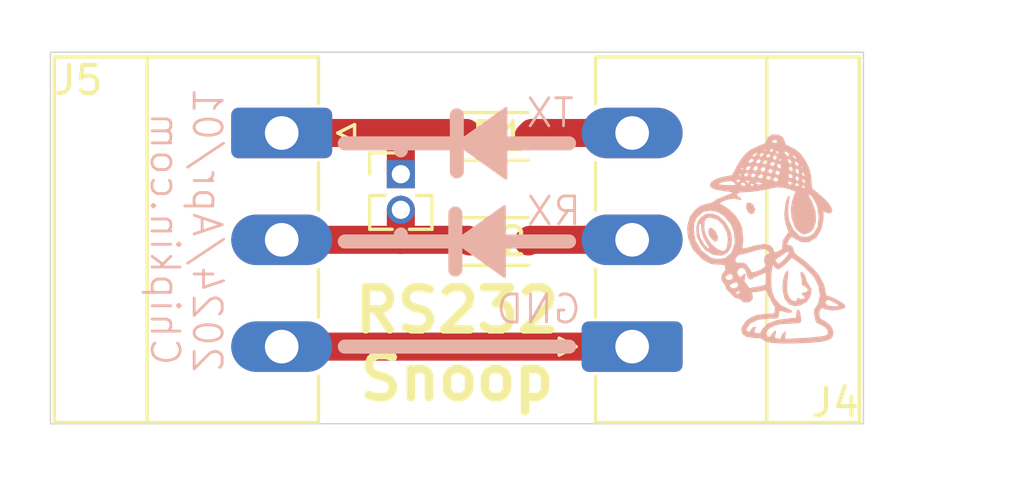
<source format=kicad_pcb>
(kicad_pcb (version 20241229) (generator "pcbnew") (generator_version "9.0")
  (layers (0 "F.Cu" signal) (2 "B.Cu" signal) (13 "F.Paste" user) (15 "B.Paste" user) (5 "F.SilkS" user "F.Silkscreen") (7 "B.SilkS" user "B.Silkscreen") (1 "F.Mask" user) (3 "B.Mask" user) (25 "Edge.Cuts" user))
  (net 0 "")
  (net 1 "Net-(D1-K)")
  (net 2 "Net-(D1-A)")
  (net 3 "Net-(D2-K)")
  (net 4 "Net-(D2-A)")
  (net 5 "Net-(J4-Pin_1)")
  (footprint "Graphics" (layer "F.Cu") (at 133.25 50.25)
    (property "Reference" "" (at 0 0 0) (layer "F.SilkS") (effects (font (size 1.27 1.27))))
    (property "Value" "")
  )
  (footprint "Diode_SMD:D_SOD-323" (layer "F.Cu") (at 114.75 57.5)
    (property "Reference" "D2" (at 0 0 0) (layer "F.SilkS"))
    (property "Value" "1N4148WS")
    (fp_line (start -1.61 -0.85) (end -1.61 0.85) (stroke (width 0.12)) (layer "F.SilkS"))
    (fp_line (start -1.61 -0.85) (end 1.05 -0.85) (stroke (width 0.12)) (layer "F.SilkS"))
    (fp_line (start -1.61 0.85) (end 1.05 0.85) (stroke (width 0.12)) (layer "F.SilkS"))
    (pad "1" smd roundrect (at -1.05 0) (size 0.6 0.45) (layers "F.Cu" "F.Mask" "F.Paste") (net 3 "Net-(D2-K)"))
    (pad "2" smd roundrect (at 1.05 0) (size 0.6 0.45) (layers "F.Cu" "F.Mask" "F.Paste") (net 4 "Net-(D2-A)"))
  )
  (footprint "Connector_PinHeader_1.27mm:PinHeader_1x02_P1.27mm_Vertical" (layer "F.Cu") (at 111.25 55.1)
    (property "Reference" "J3" (hide yes))
    (property "Value" "Conn_01x02")
    (fp_line (start -1.11 -0.76) (end 0 -0.76) (stroke (width 0.12)) (layer "F.SilkS"))
    (fp_line (start -1.11 0) (end -1.11 -0.76) (stroke (width 0.12)) (layer "F.SilkS"))
    (fp_line (start -1.11 0.76) (end -1.11 1.965) (stroke (width 0.12)) (layer "F.SilkS"))
    (fp_line (start -1.11 0.76) (end -0.563471 0.76) (stroke (width 0.12)) (layer "F.SilkS"))
    (fp_line (start -1.11 1.965) (end -0.30753 1.965) (stroke (width 0.12)) (layer "F.SilkS"))
    (fp_line (start 0.30753 1.965) (end 1.11 1.965) (stroke (width 0.12)) (layer "F.SilkS"))
    (fp_line (start 0.563471 0.76) (end 1.11 0.76) (stroke (width 0.12)) (layer "F.SilkS"))
    (fp_line (start 1.11 0.76) (end 1.11 1.965) (stroke (width 0.12)) (layer "F.SilkS"))
    (pad "1" thru_hole rect (at 0 0) (size 1 1) (drill 0.65) (layers "*.Cu" "*.Mask") (net 1 "Net-(D1-K)"))
    (pad "2" thru_hole oval (at 0 1.27) (size 1 1) (drill 0.65) (layers "*.Cu" "*.Mask") (net 3 "Net-(D2-K)"))
  )
  (footprint "Connector_Phoenix_MC:PhoenixContact_MC_1,5_3-G-3.81_1x03_P3.81mm_Horizontal" (layer "F.Cu") (at 107 53.63 -90)
    (property "Reference" "J5" (at -1.88 7.25 180) (layer "F.SilkS"))
    (property "Value" "Screw_Terminal_01x03")
    (fp_line (start -2.709999 8.11) (end 10.33 8.11) (stroke (width 0.12)) (layer "F.SilkS"))
    (fp_line (start 10.33 8.11) (end 10.33 -1.31) (stroke (width 0.12)) (layer "F.SilkS"))
    (fp_line (start -2.71 4.8) (end 10.33 4.800001) (stroke (width 0.12)) (layer "F.SilkS"))
    (fp_line (start -2.709999 -1.31) (end -2.709999 8.11) (stroke (width 0.12)) (layer "F.SilkS"))
    (fp_line (start -2.709999 -1.31) (end -1.05 -1.31) (stroke (width 0.12)) (layer "F.SilkS"))
    (fp_line (start 1.05 -1.31) (end 2.76 -1.31) (stroke (width 0.12)) (layer "F.SilkS"))
    (fp_line (start 4.86 -1.31) (end 6.57 -1.309999) (stroke (width 0.12)) (layer "F.SilkS"))
    (fp_line (start 10.33 -1.31) (end 8.67 -1.31) (stroke (width 0.12)) (layer "F.SilkS"))
    (fp_line (start 0 -2.000001) (end -0.3 -2.600001) (stroke (width 0.12)) (layer "F.SilkS"))
    (fp_line (start -0.3 -2.600001) (end 0.3 -2.600001) (stroke (width 0.12)) (layer "F.SilkS"))
    (fp_line (start 0.3 -2.600001) (end 0 -2.000001) (stroke (width 0.12)) (layer "F.SilkS"))
    (pad "1" thru_hole roundrect (at 0 0 270) (size 1.8 3.6) (drill 1.2) (layers "*.Cu" "*.Mask") (roundrect_rratio 0.138889) (net 1 "Net-(D1-K)"))
    (pad "2" thru_hole oval (at 3.81 0 270) (size 1.8 3.6) (drill 1.2) (layers "*.Cu" "*.Mask") (net 3 "Net-(D2-K)"))
    (pad "3" thru_hole oval (at 7.62 0 270) (size 1.8 3.6) (drill 1.2) (layers "*.Cu" "*.Mask") (net 5 "Net-(J4-Pin_1)"))
  )
  (footprint "Graphics" (layer "F.Cu") (at 133.25 50.25)
    (property "Reference" "" (at 0 0 0) (layer "F.SilkS") (effects (font (size 1.27 1.27))))
    (property "Value" "")
  )
  (footprint "Diode_SMD:D_SOD-323" (layer "F.Cu") (at 114.75 53.75)
    (property "Reference" "D1" (at 0 0 0) (layer "F.SilkS"))
    (property "Value" "1N4148WS")
    (fp_line (start -1.61 -0.85) (end -1.61 0.85) (stroke (width 0.12)) (layer "F.SilkS"))
    (fp_line (start -1.61 -0.85) (end 1.05 -0.85) (stroke (width 0.12)) (layer "F.SilkS"))
    (fp_line (start -1.61 0.85) (end 1.05 0.85) (stroke (width 0.12)) (layer "F.SilkS"))
    (pad "1" smd roundrect (at -1.05 0) (size 0.6 0.45) (layers "F.Cu" "F.Mask" "F.Paste") (net 1 "Net-(D1-K)"))
    (pad "2" smd roundrect (at 1.05 0) (size 0.6 0.45) (layers "F.Cu" "F.Mask" "F.Paste") (net 2 "Net-(D1-A)"))
  )
  (footprint "Graphics" (layer "F.Cu") (at 133.25 50.25)
    (property "Reference" "" (at 0 0 0) (layer "F.SilkS") (effects (font (size 1.27 1.27))))
    (property "Value" "")
  )
  (footprint "Connector_Phoenix_MC:PhoenixContact_MC_1,5_3-G-3.81_1x03_P3.81mm_Horizontal" (layer "F.Cu") (at 119.5 61.25 90)
    (property "Reference" "J4" (at -2 7.25 180) (layer "F.SilkS"))
    (property "Value" "Screw_Terminal_01x03")
    (fp_line (start 0.3 -2.600001) (end 0 -2.000001) (stroke (width 0.12)) (layer "F.SilkS"))
    (fp_line (start -0.3 -2.600001) (end 0.3 -2.600001) (stroke (width 0.12)) (layer "F.SilkS"))
    (fp_line (start 0 -2.000001) (end -0.3 -2.600001) (stroke (width 0.12)) (layer "F.SilkS"))
    (fp_line (start 10.33 -1.31) (end 8.67 -1.31) (stroke (width 0.12)) (layer "F.SilkS"))
    (fp_line (start 4.86 -1.31) (end 6.57 -1.309999) (stroke (width 0.12)) (layer "F.SilkS"))
    (fp_line (start 1.05 -1.31) (end 2.76 -1.31) (stroke (width 0.12)) (layer "F.SilkS"))
    (fp_line (start -2.709999 -1.31) (end -1.05 -1.31) (stroke (width 0.12)) (layer "F.SilkS"))
    (fp_line (start -2.709999 -1.31) (end -2.709999 8.11) (stroke (width 0.12)) (layer "F.SilkS"))
    (fp_line (start -2.71 4.8) (end 10.33 4.800001) (stroke (width 0.12)) (layer "F.SilkS"))
    (fp_line (start 10.33 8.11) (end 10.33 -1.31) (stroke (width 0.12)) (layer "F.SilkS"))
    (fp_line (start -2.709999 8.11) (end 10.33 8.11) (stroke (width 0.12)) (layer "F.SilkS"))
    (pad "1" thru_hole roundrect (at 0 0 90) (size 1.8 3.6) (drill 1.2) (layers "*.Cu" "*.Mask") (roundrect_rratio 0.138889) (net 5 "Net-(J4-Pin_1)"))
    (pad "2" thru_hole oval (at 3.81 0 90) (size 1.8 3.6) (drill 1.2) (layers "*.Cu" "*.Mask") (net 4 "Net-(D2-A)"))
    (pad "3" thru_hole oval (at 7.62 0 90) (size 1.8 3.6) (drill 1.2) (layers "*.Cu" "*.Mask") (net 2 "Net-(D1-A)"))
  )
  (footprint "Graphics" (layer "F.Cu") (at 133.25 50.25)
    (property "Reference" "" (at 0 0 0) (layer "F.SilkS") (effects (font (size 1.27 1.27))))
    (property "Value" "")
  )
  (footprint "Graphics" (layer "B.Cu") (at 127.2905 51.109 180)
    (property "Reference" "" (at 0 0 0) (layer "B.SilkS") (effects (font (size 1.27 1.27)) (justify mirror)))
    (property "Value" "")
    (fp_poly (pts (xy 3.72 -5.061) (xy 3.723 -5.217001) (xy 3.646 -5.363) (xy 3.539 -5.42) (xy 3.44 -5.38) (xy 3.402 -5.248) (xy 3.456 -5.094) (xy 3.559 -5.008) (xy 3.683 -5.007)) (fill yes) (layer "B.SilkS"))
    (fp_poly (pts (xy 5.048 -5.921) (xy 5.055 -5.926) (xy 5.078 -6.029) (xy 5.058 -6.15) (xy 4.986 -6.273) (xy 4.878 -6.378) (xy 4.826 -6.4) (xy 4.753 -6.363) (xy 4.723 -6.224) (xy 4.802999 -6.044) (xy 4.858 -5.978) (xy 4.963 -5.893999)) (fill yes) (layer "B.SilkS"))
    (fp_poly (pts (xy 2.258 -7.424) (xy 2.33 -7.508) (xy 2.393 -7.695) (xy 2.43 -7.927) (xy 2.432 -8.1) (xy 2.36 -8.429) (xy 2.197 -8.632) (xy 2.173 -8.647) (xy 1.977 -8.707) (xy 1.76 -8.656) (xy 1.551 -8.537) (xy 1.466 -8.420001) (xy 1.423 -8.307) (xy 1.417 -8.296) (xy 1.391 -8.086) (xy 1.501 -7.909) (xy 1.559 -7.827) (xy 1.560001 -7.82) (xy 1.598 -7.666) (xy 1.674 -7.52) (xy 1.68 -7.514) (xy 1.741 -7.463) (xy 1.771 -7.483) (xy 1.795 -7.532) (xy 1.773 -7.612) (xy 1.742 -7.779) (xy 1.74 -7.823) (xy 1.74 -7.939) (xy 1.642 -7.989) (xy 1.534 -8.083) (xy 1.532 -8.088) (xy 1.546 -8.182) (xy 1.640001 -8.2) (xy 1.738 -8.218) (xy 1.749 -8.235) (xy 1.731 -8.293) (xy 1.647 -8.354) (xy 1.627 -8.391) (xy 1.657 -8.419) (xy 1.783 -8.451) (xy 1.832001 -8.418) (xy 1.907 -8.397) (xy 1.915 -8.453) (xy 1.947 -8.523) (xy 2.048 -8.51) (xy 2.158 -8.424) (xy 2.175 -8.402) (xy 2.238 -8.268) (xy 2.24 -8.262) (xy 2.257 -8.094999) (xy 2.254 -7.856) (xy 2.231 -7.634) (xy 2.231 -7.633) (xy 2.213 -7.47) (xy 2.246 -7.423)) (fill yes) (layer "B.SilkS"))
    (fp_poly (pts (xy 5.168 -5.407) (xy 5.371 -5.549) (xy 5.461 -5.694) (xy 5.507 -5.919) (xy 5.488 -6.183) (xy 5.471 -6.25) (xy 5.355 -6.486) (xy 5.191999 -6.696) (xy 5.177 -6.711) (xy 4.919 -6.863) (xy 4.641 -6.900999) (xy 4.54 -6.88) (xy 4.376 -6.782) (xy 4.287 -6.641) (xy 4.245 -6.525) (xy 4.235 -6.374) (xy 4.235 -6.34) (xy 4.236 -6.31) (xy 4.376 -6.31) (xy 4.408 -6.582) (xy 4.461 -6.687) (xy 4.546 -6.729) (xy 4.699 -6.682) (xy 4.736 -6.664) (xy 4.808 -6.607) (xy 5.046 -6.607) (xy 5.059 -6.637) (xy 5.111999 -6.607) (xy 5.218 -6.491) (xy 5.326 -6.31) (xy 5.364 -6.224) (xy 5.402 -6.048) (xy 5.407 -5.867) (xy 5.383 -5.773) (xy 5.33 -5.762) (xy 5.329 -5.812001) (xy 5.325 -5.95) (xy 5.286 -6.142) (xy 5.26 -6.225) (xy 5.183 -6.379) (xy 5.13 -6.467) (xy 5.046 -6.607) (xy 4.808 -6.607) (xy 4.964 -6.482) (xy 5.137 -6.215) (xy 5.141 -6.207) (xy 5.202 -6.015) (xy 5.216 -5.875) (xy 5.203 -5.658) (xy 5.12 -5.559) (xy 4.994 -5.54) (xy 4.756999 -5.614) (xy 4.553 -5.805) (xy 4.415 -6.071) (xy 4.376 -6.31) (xy 4.236 -6.31) (xy 4.246 -6.154001) (xy 4.288 -6.011) (xy 4.461 -5.699) (xy 4.684 -5.49) (xy 4.929 -5.39)) (fill yes) (layer "B.SilkS"))
    (fp_poly (pts (xy 2.816 -2.577) (xy 2.944 -2.672) (xy 3.013 -2.805) (xy 3.041 -2.879) (xy 3.131 -2.924) (xy 3.224999 -2.949) (xy 3.574 -3.115) (xy 3.723 -3.237) (xy 3.879 -3.411) (xy 4.033 -3.656) (xy 4.135 -3.851) (xy 4.21 -3.985) (xy 4.245 -4.028) (xy 4.334 -4.044) (xy 4.478 -4.067) (xy 4.784 -4.147) (xy 4.971 -4.265) (xy 5.020001 -4.378) (xy 4.984 -4.467) (xy 4.82 -4.541) (xy 4.538 -4.594) (xy 4.475 -4.601) (xy 4.301 -4.62) (xy 4.22 -4.634) (xy 4.267 -4.679) (xy 4.467 -4.76) (xy 4.495 -4.769) (xy 4.779 -4.886) (xy 4.91 -4.98) (xy 5.008 -5.02) (xy 5.174 -5.053) (xy 5.365 -5.125) (xy 5.408 -5.148) (xy 5.580999 -5.296) (xy 5.724 -5.489) (xy 5.729 -5.499) (xy 5.809 -5.766) (xy 5.831 -5.93) (xy 5.802 -6.242) (xy 5.678 -6.578) (xy 5.603 -6.707) (xy 5.309 -7.014) (xy 5.131 -7.124) (xy 5.006 -7.184001) (xy 4.896 -7.208) (xy 4.734 -7.216) (xy 4.565 -7.225) (xy 4.499 -7.242) (xy 4.479 -7.274) (xy 4.472 -7.414) (xy 4.502 -7.445) (xy 4.59 -7.566) (xy 4.62 -7.701) (xy 4.59 -7.809) (xy 4.55 -7.854) (xy 4.484 -7.947) (xy 4.48 -7.963) (xy 4.417 -8.12) (xy 4.352 -8.179) (xy 4.246 -8.289001) (xy 4.24 -8.299) (xy 4.098 -8.415) (xy 4.01 -8.428) (xy 3.918 -8.47) (xy 3.895 -8.500001) (xy 3.839 -8.56) (xy 3.733 -8.570001) (xy 3.725 -8.57) (xy 3.605 -8.557) (xy 3.539 -8.51) (xy 3.484 -8.428) (xy 3.486 -8.36) (xy 3.506 -8.246) (xy 3.51 -8.235) (xy 3.497 -8.207) (xy 3.962 -8.207) (xy 3.985 -8.247) (xy 4.074001 -8.246) (xy 4.094 -8.227) (xy 4.047 -8.187) (xy 3.967 -8.16) (xy 3.962 -8.207) (xy 3.497 -8.207) (xy 3.495 -8.203) (xy 3.437 -8.200001) (xy 3.288 -8.185) (xy 3.2 -8.169) (xy 3.062 -8.141) (xy 3.023 -8.134) (xy 2.977 -8.205) (xy 2.952 -8.28) (xy 2.777 -8.627) (xy 2.738 -8.675) (xy 2.692 -8.757001) (xy 2.701 -8.791) (xy 2.72 -8.898001) (xy 2.72 -8.954001) (xy 2.985 -8.966) (xy 3.331 -9.006) (xy 3.582 -9.107) (xy 3.737 -9.227999) (xy 3.885 -9.446) (xy 3.9 -9.54) (xy 3.855 -9.706) (xy 3.703 -9.8) (xy 3.421 -9.836) (xy 3.42 -9.836) (xy 3.25 -9.845) (xy 3.171 -9.866) (xy 3.14 -9.891) (xy 3.018999 -9.964) (xy 2.824 -10.009999) (xy 2.532 -10.032) (xy 2.116 -10.032) (xy 1.89 -10.026) (xy 1.413 -10.005) (xy 1.070999 -9.973) (xy 0.843 -9.928) (xy 0.703 -9.863) (xy 0.639 -9.794) (xy 0.605 -9.601) (xy 0.619 -9.571) (xy 0.813 -9.571) (xy 0.816001 -9.688) (xy 0.869999 -9.735) (xy 1.003 -9.766) (xy 1.259 -9.798) (xy 1.603 -9.825) (xy 1.997 -9.845) (xy 2.049999 -9.847) (xy 2.215 -9.853001) (xy 2.277001 -9.856) (xy 2.338 -9.842) (xy 2.333 -9.795) (xy 2.309001 -9.665) (xy 2.314001 -9.603) (xy 2.337 -9.600001) (xy 2.419 -9.661) (xy 2.477 -9.78) (xy 2.48 -9.807) (xy 2.503 -9.857) (xy 2.525001 -9.853) (xy 2.637 -9.84) (xy 2.698 -9.821) (xy 2.695 -9.775) (xy 2.658 -9.646) (xy 2.653 -9.566) (xy 2.715 -9.58) (xy 2.798 -9.67) (xy 2.817 -9.705) (xy 2.894 -9.797) (xy 2.976 -9.769) (xy 3.015 -9.664) (xy 2.937001 -9.534) (xy 2.854999 -9.472) (xy 2.69 -9.39) (xy 2.511 -9.347) (xy 2.253001 -9.328) (xy 2.172 -9.325) (xy 1.922 -9.315) (xy 1.795 -9.29) (xy 1.754999 -9.225) (xy 1.768 -9.097) (xy 1.772 -9.067) (xy 1.802 -8.908) (xy 1.82 -8.845) (xy 1.875 -8.803) (xy 1.923 -8.894) (xy 1.937999 -8.986) (xy 1.95 -9.11) (xy 2.16 -9.125) (xy 2.628 -9.192) (xy 2.955001 -9.318) (xy 3.15 -9.507) (xy 3.174 -9.552) (xy 3.223 -9.66) (xy 3.322 -9.66) (xy 3.427 -9.635) (xy 3.405 -9.53) (xy 3.401 -9.522) (xy 3.371 -9.443) (xy 3.391 -9.427001) (xy 3.499001 -9.459) (xy 3.560001 -9.539) (xy 3.619 -9.616999) (xy 3.629 -9.62) (xy 3.705001 -9.562) (xy 3.708 -9.513) (xy 3.568 -9.312999) (xy 3.298 -9.188) (xy 2.914 -9.142) (xy 2.832 -9.143) (xy 2.652 -9.144) (xy 2.577 -9.111) (xy 2.553 -9.012) (xy 2.549 -8.973) (xy 2.531 -8.874) (xy 2.493 -8.867) (xy 2.388 -8.896) (xy 2.303 -8.918999) (xy 2.133 -8.943) (xy 2.08 -8.884001) (xy 2.08 -8.881) (xy 2.133 -8.828) (xy 2.185 -8.809) (xy 2.497 -8.655) (xy 2.694 -8.425) (xy 2.71 -8.393) (xy 2.782 -8.21) (xy 2.803 -8.13) (xy 2.823 -7.936) (xy 2.826 -7.697) (xy 2.819 -7.577) (xy 3.013 -7.577) (xy 3.016 -7.714) (xy 3.024 -7.916999) (xy 3.105 -7.949999) (xy 3.249 -7.987) (xy 3.349 -8.003) (xy 3.494 -8.028) (xy 3.54 -8.041001) (xy 3.618 -8.044) (xy 3.662 -7.971) (xy 3.707 -7.905) (xy 4.012 -7.905001) (xy 4.02 -7.986) (xy 4.04 -8.01) (xy 4.167 -8.062) (xy 4.287 -8.023) (xy 4.301 -7.949) (xy 4.199 -7.883) (xy 4.067 -7.847) (xy 4.012 -7.905001) (xy 3.707 -7.905) (xy 3.725 -7.879) (xy 3.738 -7.871) (xy 3.787 -7.786) (xy 3.76 -7.69) (xy 3.76 -7.689001) (xy 4.206 -7.689) (xy 4.245 -7.747) (xy 4.368 -7.766) (xy 4.435001 -7.726) (xy 4.455 -7.666) (xy 4.419 -7.613) (xy 4.308 -7.559) (xy 4.224 -7.584) (xy 4.206 -7.689) (xy 3.76 -7.689001) (xy 3.734 -7.569) (xy 3.771 -7.52) (xy 3.832 -7.571) (xy 3.907 -7.644) (xy 3.969 -7.638) (xy 3.994 -7.612) (xy 4.036 -7.479001) (xy 3.979 -7.364) (xy 3.86 -7.334) (xy 3.837 -7.341) (xy 3.752 -7.421) (xy 3.699 -7.585) (xy 3.655 -7.709) (xy 3.566 -7.752) (xy 3.563 -7.752) (xy 3.502 -7.745) (xy 3.5 -7.725) (xy 3.465 -7.682) (xy 3.365 -7.65) (xy 3.056 -7.516) (xy 3.015 -7.501) (xy 3.013 -7.577) (xy 2.819 -7.577) (xy 2.813 -7.467) (xy 2.789 -7.297) (xy 2.759001 -7.24) (xy 2.740001 -7.258) (xy 2.696 -7.322) (xy 2.683 -7.337) (xy 2.597 -7.389) (xy 2.578 -7.386) (xy 2.408 -7.286) (xy 2.234 -7.121) (xy 2.099 -6.978) (xy 2.024 -7.023) (xy 1.763999 -7.212) (xy 1.497 -7.455) (xy 1.293 -7.686) (xy 1.281999 -7.702) (xy 1.148001 -7.988) (xy 1.1 -8.304) (xy 1.149 -8.575) (xy 1.151 -8.58) (xy 1.232 -8.716) (xy 1.256 -8.746) (xy 1.302 -8.823) (xy 1.306 -8.923999) (xy 1.281 -9.132) (xy 1.232 -9.275) (xy 1.225 -9.284) (xy 1.13 -9.339) (xy 1.122999 -9.342) (xy 0.923 -9.443) (xy 0.813 -9.571) (xy 0.619 -9.571) (xy 0.697 -9.401) (xy 0.892 -9.237) (xy 0.951 -9.209) (xy 1.063 -9.150001) (xy 1.1 -9.082) (xy 1.11 -8.894) (xy 1.069 -8.823) (xy 1.019 -8.763) (xy 0.909 -8.811) (xy 0.628 -8.86) (xy 0.34 -8.814) (xy 0.218 -8.771) (xy 0.185 -8.726) (xy 0.184 -8.716) (xy 0.193 -8.687) (xy 0.421 -8.687001) (xy 0.488 -8.698) (xy 0.611 -8.696) (xy 0.762 -8.685) (xy 0.832 -8.655) (xy 0.853 -8.636) (xy 0.892999 -8.57) (xy 0.876 -8.527) (xy 0.805 -8.473) (xy 0.794 -8.474) (xy 0.699 -8.511) (xy 0.558001 -8.587) (xy 0.445 -8.661) (xy 0.421 -8.687001) (xy 0.193 -8.687) (xy 0.207 -8.647) (xy 0.274 -8.591) (xy 0.420999 -8.499) (xy 0.601 -8.406) (xy 0.743 -8.346) (xy 0.774 -8.34) (xy 0.866 -8.31) (xy 0.88 -8.22) (xy 0.94 -7.937) (xy 1.098 -7.629) (xy 1.186001 -7.51) (xy 1.312 -7.376001) (xy 1.487 -7.209) (xy 1.653 -7.062001) (xy 1.74 -6.995) (xy 1.861 -6.909) (xy 1.913 -6.867) (xy 2.004 -6.773) (xy 2.009 -6.757) (xy 2.215 -6.757) (xy 2.229 -6.849999) (xy 2.367 -7.017) (xy 2.376 -7.027) (xy 2.515 -7.156001) (xy 2.59 -7.179) (xy 2.645 -7.109001) (xy 2.651 -7.099) (xy 2.678 -7.045) (xy 2.503999 -6.93) (xy 2.356 -6.828001) (xy 2.285 -6.774) (xy 2.222 -6.751) (xy 2.215 -6.757) (xy 2.009 -6.757) (xy 2.029 -6.685) (xy 2.086 -6.548) (xy 2.183 -6.52) (xy 2.252 -6.506) (xy 2.248 -6.465) (xy 2.194999 -6.341) (xy 2.124 -6.242) (xy 2.111 -6.233) (xy 2.027 -6.268) (xy 2.012 -6.281) (xy 1.77 -6.409999) (xy 1.509 -6.424) (xy 1.467 -6.412) (xy 1.211999 -6.247) (xy 1.039 -5.964) (xy 0.962 -5.59) (xy 0.96 -5.507001) (xy 1.138 -5.507001) (xy 1.174 -5.841) (xy 1.183999 -5.872) (xy 1.323 -6.105) (xy 1.528 -6.224) (xy 1.759 -6.211) (xy 1.838999 -6.171) (xy 2.029 -5.975) (xy 2.17 -5.685) (xy 2.201 -5.57) (xy 2.225 -5.308999) (xy 2.207 -5.038) (xy 2.193 -4.967) (xy 2.162 -4.806) (xy 2.19 -4.76) (xy 2.257 -4.824) (xy 2.318 -4.99) (xy 2.367 -5.412) (xy 2.357 -5.54) (xy 2.315 -5.76) (xy 2.255 -5.954) (xy 2.227 -6.012) (xy 2.214 -6.066) (xy 2.27 -6.122) (xy 2.418 -6.352) (xy 2.44 -6.515) (xy 2.44 -6.651) (xy 2.545 -6.715) (xy 2.686 -6.778) (xy 2.693 -6.772001) (xy 2.903 -6.772) (xy 2.909 -6.822) (xy 2.941 -6.83) (xy 3.066 -6.925) (xy 3.092 -7.09) (xy 3.059 -7.177) (xy 3.018 -7.245) (xy 3.06 -7.29) (xy 3.163 -7.367) (xy 3.198 -7.387) (xy 3.335 -7.445) (xy 3.473 -7.485) (xy 3.524 -7.487) (xy 3.564 -7.419) (xy 3.587 -7.371) (xy 3.723 -7.199) (xy 3.816 -7.147) (xy 3.935 -7.147) (xy 4.044 -7.15) (xy 4.085 -7.109) (xy 4.091 -7.098) (xy 4.108 -7.024) (xy 4.079 -6.969) (xy 4 -6.883) (xy 3.858 -6.848) (xy 3.696 -6.812) (xy 3.58 -6.776) (xy 3.351999 -6.71) (xy 3.149999 -6.667) (xy 3.083 -6.66) (xy 2.952 -6.714) (xy 2.903 -6.772) (xy 2.693 -6.772001) (xy 2.72 -6.748) (xy 2.777 -6.610999) (xy 2.864 -6.525) (xy 3.07 -6.475) (xy 3.389 -6.524001) (xy 3.48 -6.55) (xy 3.709 -6.618) (xy 3.822 -6.639) (xy 3.855 -6.619) (xy 3.851 -6.585) (xy 3.837 -6.47) (xy 3.835 -6.449) (xy 4.13 -6.449001) (xy 4.245 -6.766) (xy 4.284 -6.82) (xy 4.472001 -6.977) (xy 4.721 -7.015) (xy 4.73 -7.014) (xy 4.902 -6.991) (xy 5.01 -6.945001) (xy 5.33 -6.695) (xy 5.528 -6.352) (xy 5.589999 -5.98) (xy 5.571 -5.744) (xy 5.497 -5.571) (xy 5.456 -5.512) (xy 5.252 -5.337) (xy 5 -5.292) (xy 4.743 -5.342) (xy 4.514 -5.49) (xy 4.272 -5.78) (xy 4.159 -6.075) (xy 4.13 -6.449001) (xy 3.835 -6.449) (xy 3.826 -6.323) (xy 3.857 -5.939) (xy 3.924 -5.744) (xy 4.096999 -5.469) (xy 4.336 -5.229999) (xy 4.531 -5.109) (xy 4.641 -5.05) (xy 4.660001 -5.029) (xy 4.583 -4.974001) (xy 4.370001 -4.898) (xy 4.162 -4.862) (xy 4.047 -4.89) (xy 3.912 -4.916) (xy 3.889 -4.899) (xy 3.922 -4.829) (xy 3.995 -4.787) (xy 4.056 -4.739) (xy 4.021 -4.685) (xy 3.967 -4.648) (xy 3.842 -4.64) (xy 3.826 -4.64) (xy 3.495 -4.618) (xy 3.116 -4.56) (xy 2.931 -4.519001) (xy 2.638 -4.464) (xy 2.404 -4.474) (xy 2.185999 -4.533) (xy 2.029 -4.587) (xy 1.965 -4.61) (xy 1.989 -4.671999) (xy 2.009 -4.712) (xy 2.091 -4.965) (xy 2.131 -5.241) (xy 2.106 -5.553) (xy 1.998 -5.86) (xy 1.909 -5.998) (xy 1.742 -6.116) (xy 1.633 -6.14) (xy 1.469 -6.085) (xy 1.331 -5.964) (xy 1.33 -5.963) (xy 1.233 -5.681) (xy 1.246 -5.337) (xy 1.361999 -4.982) (xy 1.464 -4.805) (xy 1.5 -4.724) (xy 1.437 -4.741) (xy 1.345 -4.846) (xy 1.243 -5.031) (xy 1.191 -5.165) (xy 1.138 -5.507001) (xy 0.96 -5.507001) (xy 0.96 -5.505999) (xy 0.96 -5.318999) (xy 0.912 -5.35) (xy 0.749 -5.403) (xy 0.69 -5.376) (xy 0.647 -5.299) (xy 0.651 -5.273001) (xy 0.698 -5.145) (xy 0.701 -5.14) (xy 0.809 -4.994) (xy 0.986 -4.811) (xy 1.172 -4.651) (xy 1.175 -4.649) (xy 1.304 -4.548) (xy 1.355 -4.503) (xy 1.367 -4.451999) (xy 1.62 -4.451999) (xy 1.678 -4.477) (xy 1.707999 -4.468) (xy 1.738 -4.417) (xy 1.712 -4.4) (xy 1.625 -4.436) (xy 1.62 -4.451999) (xy 1.367 -4.451999) (xy 1.378 -4.404) (xy 1.379 -4.375) (xy 1.846 -4.375) (xy 1.852 -4.403) (xy 1.924 -4.414) (xy 1.961 -4.385) (xy 3.46 -4.385) (xy 3.512 -4.398001) (xy 3.558 -4.382) (xy 3.556 -4.372) (xy 3.74 -4.372) (xy 3.796 -4.399) (xy 3.889999 -4.383) (xy 3.908999 -4.364) (xy 4.1 -4.364) (xy 4.168 -4.376) (xy 4.327 -4.379001) (xy 4.507 -4.374) (xy 4.595 -4.367) (xy 4.692 -4.346) (xy 4.7 -4.339) (xy 4.633 -4.301) (xy 4.479 -4.262) (xy 4.364 -4.245999) (xy 4.239001 -4.242) (xy 4.175999 -4.275) (xy 4.159 -4.291) (xy 4.100999 -4.359) (xy 4.1 -4.364) (xy 3.908999 -4.364) (xy 3.916 -4.356) (xy 3.88 -4.3) (xy 3.796 -4.305) (xy 3.789 -4.309001) (xy 3.74 -4.372) (xy 3.556 -4.372) (xy 3.551 -4.346) (xy 3.54 -4.339999) (xy 3.481 -4.338) (xy 3.478 -4.343) (xy 3.46 -4.385) (xy 1.961 -4.385) (xy 1.977 -4.373) (xy 1.939 -4.309) (xy 1.906 -4.313) (xy 1.846 -4.375) (xy 1.379 -4.375) (xy 1.38 -4.348) (xy 1.387 -4.273999) (xy 1.618999 -4.274) (xy 1.664 -4.306) (xy 1.667 -4.305) (xy 2.104 -4.305) (xy 2.126 -4.358999) (xy 2.144 -4.360001) (xy 2.217 -4.342) (xy 2.22 -4.329) (xy 3.15 -4.329) (xy 3.17 -4.341) (xy 3.296 -4.357) (xy 3.355999 -4.336) (xy 3.365 -4.284) (xy 3.248 -4.293) (xy 3.21 -4.303) (xy 3.15 -4.329) (xy 2.22 -4.329) (xy 2.232 -4.278) (xy 2.177 -4.253001) (xy 3.603 -4.253) (xy 3.608999 -4.279) (xy 3.682 -4.284) (xy 3.712 -4.257) (xy 3.749999 -4.214) (xy 3.681 -4.226999) (xy 3.603 -4.253) (xy 2.177 -4.253001) (xy 2.17 -4.25) (xy 2.108 -4.282) (xy 2.104 -4.305) (xy 1.667 -4.305) (xy 1.683 -4.299) (xy 1.72 -4.219) (xy 1.698 -4.164) (xy 1.84 -4.164) (xy 1.880999 -4.22) (xy 1.928 -4.208) (xy 1.952 -4.159001) (xy 2.585 -4.159) (xy 2.596 -4.21) (xy 2.656001 -4.252) (xy 2.675 -4.248) (xy 2.748 -4.218) (xy 2.747 -4.199) (xy 3.935 -4.199) (xy 3.963 -4.248) (xy 4.03 -4.276) (xy 4.056001 -4.256) (xy 4.065 -4.205) (xy 4.018 -4.189999) (xy 3.935 -4.199) (xy 2.747 -4.199) (xy 2.743 -4.149) (xy 2.715 -4.128) (xy 2.852 -4.128) (xy 2.859 -4.146) (xy 2.91 -4.192) (xy 2.935 -4.188) (xy 3.007 -4.16) (xy 3.017 -4.097) (xy 2.95 -4.043) (xy 2.874 -4.065) (xy 2.852 -4.128) (xy 2.715 -4.128) (xy 2.685 -4.105) (xy 2.665 -4.109) (xy 2.585 -4.159) (xy 1.952 -4.159001) (xy 1.962 -4.138999) (xy 1.958 -4.129) (xy 2.075 -4.128999) (xy 2.076 -4.129) (xy 2.16 -4.129) (xy 2.189 -4.113) (xy 2.21 -4.038) (xy 3.12 -4.038) (xy 3.154 -4.131) (xy 3.215 -4.133) (xy 3.294 -4.112) (xy 3.296 -4.111) (xy 3.284 -4.05) (xy 3.215 -4.001) (xy 3.190001 -4) (xy 3.122 -4.022) (xy 3.12 -4.038) (xy 2.21 -4.038) (xy 2.212 -4.032) (xy 2.162 -3.982) (xy 2.145 -3.983999) (xy 2.083 -4.034999) (xy 2.078 -4.054) (xy 2.075 -4.128999) (xy 1.958 -4.129) (xy 1.939 -4.065) (xy 1.924 -4.06) (xy 1.845 -4.124999) (xy 1.84 -4.164) (xy 1.698 -4.164) (xy 1.698 -4.163) (xy 1.657 -4.193) (xy 1.618999 -4.274) (xy 1.387 -4.273999) (xy 1.407 -4.051) (xy 1.642 -4.051) (xy 1.674 -4.056) (xy 1.721 -3.997) (xy 1.719 -3.918) (xy 1.683 -3.937) (xy 1.671 -3.965) (xy 1.642 -4.051) (xy 1.407 -4.051) (xy 1.409 -4.029) (xy 1.438 -3.911) (xy 1.84 -3.911) (xy 1.853 -3.977) (xy 1.909 -3.961) (xy 1.934 -3.929) (xy 2.53 -3.929) (xy 2.549 -3.99) (xy 2.586 -4.018) (xy 2.634999 -4.007) (xy 2.64 -4) (xy 3.391 -4) (xy 3.399 -4.047) (xy 3.47 -4.1) (xy 3.478 -4.1) (xy 3.549 -4.082) (xy 3.531 -4.002) (xy 3.486 -3.97) (xy 3.644 -3.97) (xy 3.658 -4.025) (xy 3.713 -4.067) (xy 3.739 -4.064) (xy 3.797 -4.029) (xy 3.796 -4.015) (xy 3.904 -4.015) (xy 3.913 -4.027) (xy 3.973 -4.029) (xy 3.98 -4.01) (xy 3.94 -3.98) (xy 3.904 -4.015) (xy 3.796 -4.015) (xy 3.796 -4.013) (xy 3.746 -3.968) (xy 3.715 -3.964) (xy 3.644 -3.97) (xy 3.486 -3.97) (xy 3.472 -3.96) (xy 3.391 -4) (xy 2.64 -4) (xy 2.68 -3.94) (xy 2.68 -3.937) (xy 2.649 -3.867) (xy 2.563 -3.88) (xy 2.53 -3.929) (xy 1.934 -3.929) (xy 1.959 -3.899) (xy 1.96 -3.872) (xy 1.942 -3.815) (xy 2.071001 -3.815) (xy 2.075001 -3.877) (xy 2.108 -3.88) (xy 2.178 -3.841) (xy 2.784 -3.841) (xy 2.788 -3.91) (xy 2.833 -3.958) (xy 2.896 -3.947) (xy 2.937001 -3.896) (xy 2.936 -3.872) (xy 2.899 -3.809) (xy 2.865 -3.804) (xy 2.784 -3.841) (xy 2.178 -3.841) (xy 2.18 -3.839) (xy 2.181 -3.786999) (xy 3.04 -3.787) (xy 3.052 -3.868) (xy 3.125 -3.9) (xy 3.194 -3.875) (xy 3.201 -3.8) (xy 3.148 -3.748) (xy 3.114 -3.744) (xy 3.044 -3.754) (xy 3.04 -3.787) (xy 2.181 -3.786999) (xy 2.182 -3.744) (xy 2.14 -3.72) (xy 2.091 -3.743) (xy 2.071001 -3.815) (xy 1.942 -3.815) (xy 1.934 -3.791) (xy 1.883 -3.812) (xy 1.84 -3.911) (xy 1.438 -3.911) (xy 1.468999 -3.788) (xy 1.496 -3.73) (xy 1.733 -3.73) (xy 1.740999 -3.76) (xy 1.76 -3.73) (xy 1.752 -3.7) (xy 1.733 -3.73) (xy 1.496 -3.73) (xy 1.534 -3.651) (xy 1.86 -3.650999) (xy 1.903 -3.697) (xy 1.923 -3.687) (xy 2.484 -3.687) (xy 2.496 -3.782999) (xy 2.564 -3.773) (xy 2.604001 -3.732) (xy 3.308 -3.732) (xy 3.313 -3.798) (xy 3.355 -3.858) (xy 3.391 -3.86) (xy 3.468 -3.843) (xy 3.469 -3.842) (xy 3.458999 -3.766) (xy 3.458 -3.762) (xy 3.416 -3.719) (xy 3.571 -3.719) (xy 3.575 -3.754) (xy 3.642 -3.852) (xy 3.72 -3.84) (xy 3.727 -3.772) (xy 3.705 -3.753999) (xy 3.845 -3.753999) (xy 3.862 -3.824) (xy 3.895 -3.846) (xy 3.878 -3.776) (xy 3.845 -3.753999) (xy 3.705 -3.753999) (xy 3.651 -3.709) (xy 3.627 -3.704) (xy 3.571 -3.719) (xy 3.416 -3.719) (xy 3.399 -3.701) (xy 3.379 -3.7) (xy 3.308 -3.732) (xy 2.604001 -3.732) (xy 2.624 -3.711) (xy 2.624 -3.708) (xy 2.59 -3.626) (xy 2.545 -3.624) (xy 2.485 -3.674) (xy 2.484 -3.687) (xy 1.923 -3.687) (xy 1.944 -3.675) (xy 1.985 -3.595) (xy 1.98 -3.579) (xy 2.1 -3.579) (xy 2.144 -3.617) (xy 2.193 -3.585) (xy 2.703 -3.585) (xy 2.713 -3.655) (xy 2.78 -3.7) (xy 2.854999 -3.675) (xy 2.858 -3.605) (xy 2.793 -3.561) (xy 2.771 -3.56) (xy 2.703 -3.585) (xy 2.193 -3.585) (xy 2.2 -3.58) (xy 2.239 -3.496) (xy 2.236 -3.488) (xy 2.488 -3.488) (xy 2.508 -3.52) (xy 2.514 -3.515) (xy 2.968 -3.515) (xy 2.97 -3.578) (xy 3.016 -3.639001) (xy 3.04 -3.64) (xy 3.111 -3.619) (xy 3.098999 -3.526) (xy 3.048 -3.488) (xy 2.968 -3.515) (xy 2.514 -3.515) (xy 2.54 -3.491) (xy 2.536 -3.483) (xy 3.207 -3.482999) (xy 3.212 -3.515) (xy 3.248 -3.593) (xy 3.311 -3.6) (xy 3.38 -3.575) (xy 3.38 -3.574001) (xy 3.322 -3.484) (xy 3.459999 -3.484) (xy 3.481 -3.541) (xy 3.572 -3.58) (xy 3.634 -3.564001) (xy 3.629 -3.535) (xy 3.559 -3.445) (xy 3.518 -3.44) (xy 3.459999 -3.484) (xy 3.322 -3.484) (xy 3.318 -3.479) (xy 3.257999 -3.46) (xy 3.207 -3.482999) (xy 2.536 -3.483) (xy 2.52 -3.449999) (xy 2.5 -3.447) (xy 2.488 -3.488) (xy 2.236 -3.488) (xy 2.221 -3.44) (xy 2.219 -3.44) (xy 2.146 -3.493) (xy 2.1 -3.579) (xy 1.98 -3.579) (xy 1.967 -3.54) (xy 1.959 -3.54) (xy 1.872 -3.602001) (xy 1.86 -3.650999) (xy 1.534 -3.651) (xy 1.6 -3.515) (xy 1.653 -3.435999) (xy 1.932 -3.436) (xy 1.946 -3.44) (xy 2.02 -3.4) (xy 2.022 -3.397) (xy 2.633 -3.397) (xy 2.682 -3.482) (xy 2.747 -3.454) (xy 2.767 -3.391001) (xy 2.762 -3.374) (xy 2.701 -3.33) (xy 2.865 -3.330001) (xy 2.89 -3.374) (xy 2.974 -3.403) (xy 3.014 -3.366) (xy 2.981 -3.292) (xy 2.902 -3.269) (xy 2.865 -3.330001) (xy 2.701 -3.33) (xy 2.69 -3.322) (xy 2.652 -3.332) (xy 2.633 -3.397) (xy 2.022 -3.397) (xy 2.058999 -3.33) (xy 2.056 -3.328) (xy 2.186 -3.328) (xy 2.269 -3.328) (xy 2.331 -3.258) (xy 2.578 -3.258) (xy 2.606 -3.256) (xy 2.607 -3.255) (xy 3.102 -3.255) (xy 3.12 -3.309) (xy 3.193 -3.362) (xy 3.251001 -3.339) (xy 3.223 -3.274) (xy 3.208001 -3.268) (xy 3.346999 -3.268) (xy 3.372001 -3.311) (xy 3.444999 -3.358) (xy 3.5 -3.346) (xy 3.5 -3.341) (xy 3.448 -3.286) (xy 3.368001 -3.241) (xy 3.362 -3.24) (xy 3.346999 -3.268) (xy 3.208001 -3.268) (xy 3.147 -3.24) (xy 3.102 -3.255) (xy 2.607 -3.255) (xy 2.656 -3.208) (xy 2.629 -3.153) (xy 2.582 -3.203) (xy 2.578 -3.258) (xy 2.331 -3.258) (xy 2.36 -3.189001) (xy 2.309 -3.188) (xy 2.227 -3.231) (xy 2.215 -3.243) (xy 2.186 -3.328) (xy 2.056 -3.328) (xy 2.044 -3.32) (xy 1.983999 -3.366) (xy 1.969999 -3.38) (xy 1.932 -3.436) (xy 1.653 -3.435999) (xy 1.767 -3.27) (xy 1.774 -3.262) (xy 1.926 -3.136) (xy 2.765 -3.136) (xy 2.77 -3.16) (xy 2.834 -3.2) (xy 2.87 -3.18) (xy 2.859 -3.14) (xy 3.01 -3.14) (xy 3.051 -3.16) (xy 3.08 -3.14) (xy 3.039 -3.12) (xy 3.01 -3.14) (xy 2.859 -3.14) (xy 2.851 -3.107999) (xy 2.81 -3.08) (xy 2.765 -3.136) (xy 1.926 -3.136) (xy 1.965 -3.104) (xy 2.196 -2.984) (xy 2.21 -2.978) (xy 2.319 -2.925) (xy 2.335999 -2.847) (xy 2.622 -2.847) (xy 2.68 -2.866) (xy 2.77 -2.876) (xy 2.786 -2.864999) (xy 2.778 -2.805) (xy 2.697 -2.762) (xy 2.631 -2.791) (xy 2.622 -2.847) (xy 2.335999 -2.847) (xy 2.34 -2.829) (xy 2.409 -2.67) (xy 2.58 -2.574999) (xy 2.798 -2.572)) (fill yes) (layer "B.SilkS"))
  )
  (footprint "Graphics" (layer "B.Cu") (at 133.25 50.25)
    (property "Reference" "" (at 0 0 0) (layer "F.SilkS") (effects (font (size 1.27 1.27))))
    (property "Value" "")
  )
  (gr_line (start 117.25 61.25) (end 109.25 61.25) (stroke (width 0.5)) (layer "B.SilkS"))
  (gr_line (start 111.25 54) (end 111.25 54.25) (stroke (width 0.5)) (layer "B.SilkS"))
  (gr_poly (pts (xy 113.25 54) (xy 115 52.75) (xy 115 55.25)) (stroke (width 0.1)) (fill yes) (layer "B.SilkS"))
  (gr_line (start 113.191401 56.5) (end 113.191401 58.5) (stroke (width 0.5)) (layer "B.SilkS"))
  (gr_line (start 117.25 54) (end 114.75 54) (stroke (width 0.5)) (layer "B.SilkS"))
  (gr_line (start 114 54) (end 109.25 54) (stroke (width 0.5)) (layer "B.SilkS"))
  (gr_line (start 117.25 57.5) (end 115 57.5) (stroke (width 0.5)) (layer "B.SilkS"))
  (gr_poly (pts (xy 113.194779 57.5) (xy 114.944779 56.25) (xy 114.944779 58.75)) (stroke (width 0.1)) (fill yes) (layer "B.SilkS"))
  (gr_line (start 114 57.5) (end 109.25 57.5) (stroke (width 0.5)) (layer "B.SilkS"))
  (gr_line (start 111.25 57.5) (end 111.25 57.25) (stroke (width 0.5)) (layer "B.SilkS"))
  (gr_line (start 113.246622 53) (end 113.246622 55) (stroke (width 0.5)) (layer "B.SilkS"))
  (gr_rect (start 98.75 50.75) (end 127.75 64) (stroke (width 0.05)) (fill no) (layer "Edge.Cuts"))
  (gr_text "RS232\nSnoop" (at 113.25 63.25 0) (layer "F.SilkS") (effects (font (size 1.5 1.5) (thickness 0.3) (bold yes)) (justify bottom)))
  (gr_text "2024/Apr/01" (at 103.75 62.25 270) (layer "B.SilkS") (effects (font (size 1 1) (thickness 0.1)) (justify left bottom mirror)))
  (gr_text "GND" (at 117.75 60.5 0) (layer "B.SilkS") (effects (font (size 1 1) (thickness 0.1)) (justify left bottom mirror)))
  (gr_text "TX" (at 117.5 53.5 0) (layer "B.SilkS") (effects (font (size 1 1) (thickness 0.1)) (justify left bottom mirror)))
  (gr_text "RX" (at 117.75 57 0) (layer "B.SilkS") (effects (font (size 1 1) (thickness 0.1)) (justify left bottom mirror)))
  (gr_text "Chipkin.com" (at 102.25 62 270) (layer "B.SilkS") (effects (font (size 1 1) (thickness 0.1)) (justify left bottom mirror)))
  (segment (start 107 53.63) (end 113.58 53.63) (width 1) (layer "F.Cu") (net 1))
  (segment (start 113.58 53.63) (end 113.7 53.75) (width 1) (layer "F.Cu") (net 1))
  (segment (start 111.25 55.1) (end 111.25 53.63) (width 1) (layer "F.Cu") (net 1))
  (segment (start 119.5 53.63) (end 115.92 53.63) (width 1) (layer "F.Cu") (net 2))
  (segment (start 115.92 53.63) (end 115.8 53.75) (width 1) (layer "F.Cu") (net 2))
  (segment (start 111.25 56.37) (end 111.25 57.44) (width 1) (layer "F.Cu") (net 3))
  (segment (start 111.25 57.44) (end 113.64 57.44) (width 1) (layer "F.Cu") (net 3))
  (segment (start 107 57.44) (end 111.25 57.44) (width 1) (layer "F.Cu") (net 3))
  (segment (start 113.64 57.44) (end 113.7 57.5) (width 1) (layer "F.Cu") (net 3))
  (segment (start 119.5 57.44) (end 115.86 57.44) (width 1) (layer "F.Cu") (net 4))
  (segment (start 115.86 57.44) (end 115.8 57.5) (width 1) (layer "F.Cu") (net 4))
  (segment (start 107 61.25) (end 119.5 61.25) (width 1) (layer "F.Cu") (net 5))
)
</source>
